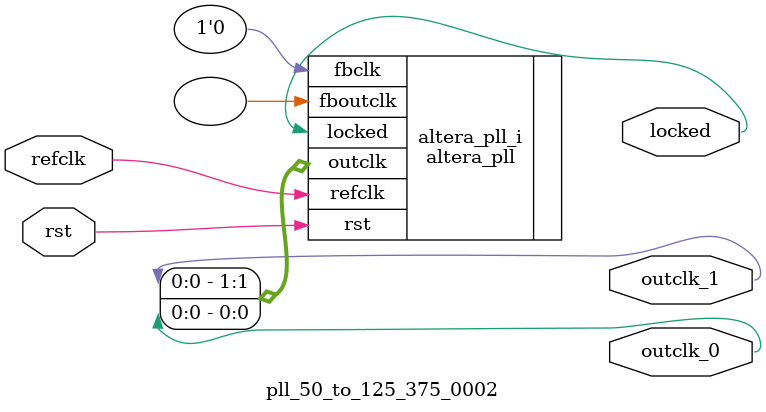
<source format=v>
`timescale 1ns/10ps
module  pll_50_to_125_375_0002(

	// interface 'refclk'
	input wire refclk,

	// interface 'reset'
	input wire rst,

	// interface 'outclk0'
	output wire outclk_0,

	// interface 'outclk1'
	output wire outclk_1,

	// interface 'locked'
	output wire locked
);

	altera_pll #(
		.fractional_vco_multiplier("false"),
		.reference_clock_frequency("50.0 MHz"),
		.operation_mode("direct"),
		.number_of_clocks(2),
		.output_clock_frequency0("125.000000 MHz"),
		.phase_shift0("0 ps"),
		.duty_cycle0(50),
		.output_clock_frequency1("375.000000 MHz"),
		.phase_shift1("0 ps"),
		.duty_cycle1(50),
		.output_clock_frequency2("0 MHz"),
		.phase_shift2("0 ps"),
		.duty_cycle2(50),
		.output_clock_frequency3("0 MHz"),
		.phase_shift3("0 ps"),
		.duty_cycle3(50),
		.output_clock_frequency4("0 MHz"),
		.phase_shift4("0 ps"),
		.duty_cycle4(50),
		.output_clock_frequency5("0 MHz"),
		.phase_shift5("0 ps"),
		.duty_cycle5(50),
		.output_clock_frequency6("0 MHz"),
		.phase_shift6("0 ps"),
		.duty_cycle6(50),
		.output_clock_frequency7("0 MHz"),
		.phase_shift7("0 ps"),
		.duty_cycle7(50),
		.output_clock_frequency8("0 MHz"),
		.phase_shift8("0 ps"),
		.duty_cycle8(50),
		.output_clock_frequency9("0 MHz"),
		.phase_shift9("0 ps"),
		.duty_cycle9(50),
		.output_clock_frequency10("0 MHz"),
		.phase_shift10("0 ps"),
		.duty_cycle10(50),
		.output_clock_frequency11("0 MHz"),
		.phase_shift11("0 ps"),
		.duty_cycle11(50),
		.output_clock_frequency12("0 MHz"),
		.phase_shift12("0 ps"),
		.duty_cycle12(50),
		.output_clock_frequency13("0 MHz"),
		.phase_shift13("0 ps"),
		.duty_cycle13(50),
		.output_clock_frequency14("0 MHz"),
		.phase_shift14("0 ps"),
		.duty_cycle14(50),
		.output_clock_frequency15("0 MHz"),
		.phase_shift15("0 ps"),
		.duty_cycle15(50),
		.output_clock_frequency16("0 MHz"),
		.phase_shift16("0 ps"),
		.duty_cycle16(50),
		.output_clock_frequency17("0 MHz"),
		.phase_shift17("0 ps"),
		.duty_cycle17(50),
		.pll_type("General"),
		.pll_subtype("General")
	) altera_pll_i (
		.rst	(rst),
		.outclk	({outclk_1, outclk_0}),
		.locked	(locked),
		.fboutclk	( ),
		.fbclk	(1'b0),
		.refclk	(refclk)
	);
endmodule


</source>
